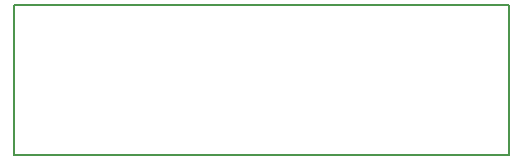
<source format=gbr>
%TF.GenerationSoftware,KiCad,Pcbnew,5.0.0*%
%TF.CreationDate,2018-08-21T18:31:41-04:00*%
%TF.ProjectId,140bpf,3134306270662E6B696361645F706362,rev?*%
%TF.SameCoordinates,Original*%
%TF.FileFunction,Profile,NP*%
%FSLAX46Y46*%
G04 Gerber Fmt 4.6, Leading zero omitted, Abs format (unit mm)*
G04 Created by KiCad (PCBNEW 5.0.0) date Tue Aug 21 18:31:41 2018*
%MOMM*%
%LPD*%
G01*
G04 APERTURE LIST*
%ADD10C,0.200000*%
G04 APERTURE END LIST*
D10*
X132080000Y-69850000D02*
X90170000Y-69850000D01*
X132080000Y-57150000D02*
X132080000Y-69850000D01*
X90170000Y-57150000D02*
X132080000Y-57150000D01*
X90170000Y-69850000D02*
X90170000Y-57150000D01*
M02*

</source>
